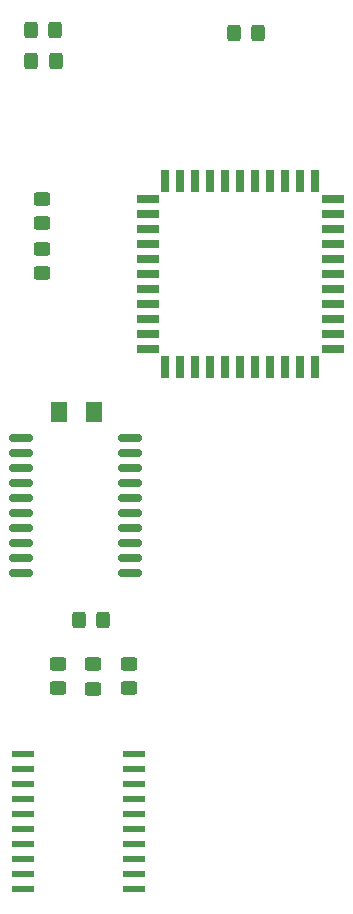
<source format=gbr>
%TF.GenerationSoftware,KiCad,Pcbnew,8.0.6+1*%
%TF.CreationDate,2024-11-21T22:42:00+01:00*%
%TF.ProjectId,8051,38303531-2e6b-4696-9361-645f70636258,rev?*%
%TF.SameCoordinates,Original*%
%TF.FileFunction,Paste,Top*%
%TF.FilePolarity,Positive*%
%FSLAX46Y46*%
G04 Gerber Fmt 4.6, Leading zero omitted, Abs format (unit mm)*
G04 Created by KiCad (PCBNEW 8.0.6+1) date 2024-11-21 22:42:00*
%MOMM*%
%LPD*%
G01*
G04 APERTURE LIST*
G04 Aperture macros list*
%AMRoundRect*
0 Rectangle with rounded corners*
0 $1 Rounding radius*
0 $2 $3 $4 $5 $6 $7 $8 $9 X,Y pos of 4 corners*
0 Add a 4 corners polygon primitive as box body*
4,1,4,$2,$3,$4,$5,$6,$7,$8,$9,$2,$3,0*
0 Add four circle primitives for the rounded corners*
1,1,$1+$1,$2,$3*
1,1,$1+$1,$4,$5*
1,1,$1+$1,$6,$7*
1,1,$1+$1,$8,$9*
0 Add four rect primitives between the rounded corners*
20,1,$1+$1,$2,$3,$4,$5,0*
20,1,$1+$1,$4,$5,$6,$7,0*
20,1,$1+$1,$6,$7,$8,$9,0*
20,1,$1+$1,$8,$9,$2,$3,0*%
G04 Aperture macros list end*
%ADD10R,1.925000X0.700000*%
%ADD11R,0.700000X1.925000*%
%ADD12RoundRect,0.250000X0.462500X0.625000X-0.462500X0.625000X-0.462500X-0.625000X0.462500X-0.625000X0*%
%ADD13RoundRect,0.249999X-0.325001X-0.450001X0.325001X-0.450001X0.325001X0.450001X-0.325001X0.450001X0*%
%ADD14RoundRect,0.249999X0.325001X0.450001X-0.325001X0.450001X-0.325001X-0.450001X0.325001X-0.450001X0*%
%ADD15RoundRect,0.249999X-0.450001X0.325001X-0.450001X-0.325001X0.450001X-0.325001X0.450001X0.325001X0*%
%ADD16RoundRect,0.249999X0.450001X-0.325001X0.450001X0.325001X-0.450001X0.325001X-0.450001X-0.325001X0*%
%ADD17R,1.950000X0.600000*%
%ADD18RoundRect,0.150000X-0.875000X-0.150000X0.875000X-0.150000X0.875000X0.150000X-0.875000X0.150000X0*%
%ADD19RoundRect,0.250000X0.450000X-0.325000X0.450000X0.325000X-0.450000X0.325000X-0.450000X-0.325000X0*%
G04 APERTURE END LIST*
D10*
%TO.C,U1*%
X123862500Y-83940000D03*
X123862500Y-82670000D03*
X123862500Y-81400000D03*
X123862500Y-80130000D03*
X123862500Y-78860000D03*
X123862500Y-77590000D03*
D11*
X122350000Y-76077500D03*
X121080000Y-76077500D03*
X119810000Y-76077500D03*
X118540000Y-76077500D03*
X117270000Y-76077500D03*
X116000000Y-76077500D03*
X114730000Y-76077500D03*
X113460000Y-76077500D03*
X112190000Y-76077500D03*
X110920000Y-76077500D03*
X109650000Y-76077500D03*
D10*
X108137500Y-77590000D03*
X108137500Y-78860000D03*
X108137500Y-80130000D03*
X108137500Y-81400000D03*
X108137500Y-82670000D03*
X108137500Y-83940000D03*
X108137500Y-85210000D03*
X108137500Y-86480000D03*
X108137500Y-87750000D03*
X108137500Y-89020000D03*
X108137500Y-90290000D03*
D11*
X109650000Y-91802500D03*
X110920000Y-91802500D03*
X112190000Y-91802500D03*
X113460000Y-91802500D03*
X114730000Y-91802500D03*
X116000000Y-91802500D03*
X117270000Y-91802500D03*
X118540000Y-91802500D03*
X119810000Y-91802500D03*
X121080000Y-91802500D03*
X122350000Y-91802500D03*
D10*
X123862500Y-90290000D03*
X123862500Y-89020000D03*
X123862500Y-87750000D03*
X123862500Y-86480000D03*
X123862500Y-85210000D03*
%TD*%
D12*
%TO.C,C4*%
X103609800Y-95580200D03*
X100634800Y-95580200D03*
%TD*%
D13*
%TO.C,D1*%
X115450000Y-63500000D03*
X117500000Y-63500000D03*
%TD*%
D14*
%TO.C,R5*%
X104368600Y-113258600D03*
X102318600Y-113258600D03*
%TD*%
D13*
%TO.C,D3*%
X98280000Y-63246000D03*
X100330000Y-63246000D03*
%TD*%
%TO.C,D4*%
X98298000Y-65913000D03*
X100348000Y-65913000D03*
%TD*%
D15*
%TO.C,C1*%
X99187000Y-77579000D03*
X99187000Y-79629000D03*
%TD*%
D16*
%TO.C,C2*%
X99187000Y-83820000D03*
X99187000Y-81770000D03*
%TD*%
D17*
%TO.C,U2*%
X107000000Y-135965000D03*
X107000000Y-134695000D03*
X107000000Y-133425000D03*
X107000000Y-132155000D03*
X107000000Y-130885000D03*
X107000000Y-129615000D03*
X107000000Y-128345000D03*
X107000000Y-127075000D03*
X107000000Y-125805000D03*
X107000000Y-124535000D03*
X97600000Y-124535000D03*
X97600000Y-125805000D03*
X97600000Y-127075000D03*
X97600000Y-128345000D03*
X97600000Y-129615000D03*
X97600000Y-130885000D03*
X97600000Y-132155000D03*
X97600000Y-133425000D03*
X97600000Y-134695000D03*
X97600000Y-135965000D03*
%TD*%
D18*
%TO.C,U6*%
X97380000Y-97790000D03*
X97380000Y-99060000D03*
X97380000Y-100330000D03*
X97380000Y-101600000D03*
X97380000Y-102870000D03*
X97380000Y-104140000D03*
X97380000Y-105410000D03*
X97380000Y-106680000D03*
X97380000Y-107950000D03*
X97380000Y-109220000D03*
X106680000Y-109220000D03*
X106680000Y-107950000D03*
X106680000Y-106680000D03*
X106680000Y-105410000D03*
X106680000Y-104140000D03*
X106680000Y-102870000D03*
X106680000Y-101600000D03*
X106680000Y-100330000D03*
X106680000Y-99060000D03*
X106680000Y-97790000D03*
%TD*%
D19*
%TO.C,D6*%
X106553000Y-118999000D03*
X106553000Y-116949000D03*
%TD*%
%TO.C,D2*%
X100584000Y-119008000D03*
X100584000Y-116958000D03*
%TD*%
%TO.C,D5*%
X103505000Y-119017000D03*
X103505000Y-116967000D03*
%TD*%
M02*

</source>
